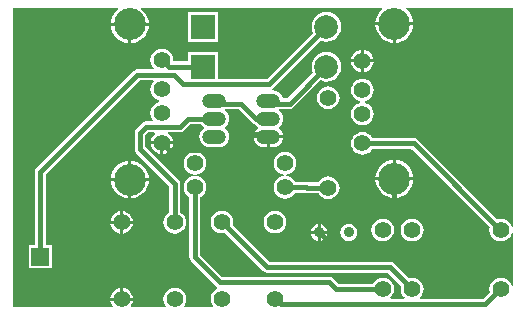
<source format=gbl>
%FSLAX44Y44*%
%MOMM*%
G71*
G01*
G75*
G04 Layer_Physical_Order=2*
G04 Layer_Color=16711680*
%ADD10C,0.4000*%
%ADD11O,2.0000X1.2500*%
%ADD12O,2.0000X1.2500*%
%ADD13C,1.4000*%
%ADD14R,1.5000X1.5000*%
%ADD15C,2.7000*%
%ADD16R,2.0000X2.0000*%
%ADD17C,2.0000*%
%ADD18C,0.9000*%
G36*
X806650Y640087D02*
X805405Y639839D01*
X804513Y641991D01*
X802984Y643984D01*
X800991Y645513D01*
X798671Y646474D01*
X796180Y646802D01*
X793690Y646474D01*
X793331Y646326D01*
X725663Y713994D01*
X724161Y714997D01*
X722390Y715349D01*
X722390Y715349D01*
X687401D01*
X685924Y717274D01*
X683931Y718803D01*
X681610Y719764D01*
X679120Y720092D01*
X676630Y719764D01*
X674309Y718803D01*
X672316Y717274D01*
X670787Y715281D01*
X669826Y712960D01*
X669498Y710470D01*
X669826Y707980D01*
X670787Y705659D01*
X672316Y703666D01*
X674309Y702137D01*
X676630Y701176D01*
X679120Y700848D01*
X681610Y701176D01*
X683931Y702137D01*
X685924Y703666D01*
X687453Y705659D01*
X687632Y706092D01*
X720472D01*
X786888Y639676D01*
X786886Y639670D01*
X786558Y637180D01*
X786886Y634689D01*
X787847Y632369D01*
X789376Y630376D01*
X791369Y628847D01*
X793690Y627886D01*
X796180Y627558D01*
X798671Y627886D01*
X800991Y628847D01*
X802984Y630376D01*
X804513Y632369D01*
X805405Y634521D01*
X806650Y634273D01*
Y590087D01*
X805405Y589839D01*
X804513Y591991D01*
X802984Y593984D01*
X800991Y595513D01*
X798671Y596474D01*
X796180Y596802D01*
X793690Y596474D01*
X791369Y595513D01*
X789376Y593984D01*
X787847Y591991D01*
X786886Y589670D01*
X786558Y587180D01*
X786886Y584689D01*
X786888Y584684D01*
X781083Y578879D01*
X728009D01*
X727600Y580082D01*
X727984Y580376D01*
X729513Y582369D01*
X730475Y584689D01*
X730803Y587180D01*
X730475Y589670D01*
X729513Y591991D01*
X727984Y593984D01*
X725991Y595513D01*
X723671Y596474D01*
X721180Y596802D01*
X718690Y596474D01*
X718508Y596399D01*
X706033Y608873D01*
X704531Y609877D01*
X702760Y610229D01*
X702760Y610229D01*
X600497D01*
X569309Y641417D01*
X569385Y641599D01*
X569713Y644090D01*
X569385Y646580D01*
X568424Y648901D01*
X566894Y650894D01*
X564902Y652423D01*
X562581Y653384D01*
X560090Y653712D01*
X557600Y653384D01*
X555279Y652423D01*
X553286Y650894D01*
X551757Y648901D01*
X550796Y646580D01*
X550468Y644090D01*
X550796Y641599D01*
X551757Y639278D01*
X553286Y637286D01*
X555279Y635756D01*
X557600Y634795D01*
X560090Y634467D01*
X562581Y634795D01*
X562763Y634871D01*
X595307Y602327D01*
X596809Y601323D01*
X598580Y600971D01*
X598580Y600971D01*
X700843D01*
X711961Y589853D01*
X711886Y589670D01*
X711558Y587180D01*
X711886Y584689D01*
X712847Y582369D01*
X714376Y580376D01*
X714760Y580082D01*
X714352Y578879D01*
X703009D01*
X702600Y580082D01*
X702984Y580376D01*
X704513Y582369D01*
X705475Y584689D01*
X705803Y587180D01*
X705475Y589670D01*
X704513Y591991D01*
X702984Y593984D01*
X700991Y595513D01*
X698671Y596474D01*
X696180Y596802D01*
X693690Y596474D01*
X691369Y595513D01*
X689376Y593984D01*
X687847Y591991D01*
X687772Y591809D01*
X658487D01*
X654023Y596273D01*
X652521Y597277D01*
X650750Y597629D01*
X650750Y597629D01*
X560417D01*
X541929Y616118D01*
Y664951D01*
X542111Y665027D01*
X544104Y666556D01*
X545633Y668549D01*
X546594Y670870D01*
X546922Y673360D01*
X546594Y675851D01*
X545633Y678171D01*
X544104Y680164D01*
X542111Y681693D01*
X539790Y682654D01*
X537300Y682982D01*
X534809Y682654D01*
X532489Y681693D01*
X530496Y680164D01*
X528967Y678171D01*
X528005Y675851D01*
X527678Y673360D01*
X528005Y670870D01*
X528967Y668549D01*
X530496Y666556D01*
X532489Y665027D01*
X532671Y664951D01*
Y614200D01*
X532671Y614200D01*
X533023Y612429D01*
X534027Y610927D01*
X555227Y589727D01*
X556255Y589039D01*
X556131Y587776D01*
X555279Y587423D01*
X553286Y585894D01*
X551757Y583901D01*
X550796Y581580D01*
X550468Y579090D01*
X550796Y576599D01*
X551757Y574278D01*
X552939Y572739D01*
X552377Y571600D01*
X528307D01*
X527746Y572739D01*
X528543Y573779D01*
X529505Y576099D01*
X529832Y578590D01*
X529505Y581080D01*
X528543Y583401D01*
X527014Y585394D01*
X525021Y586923D01*
X522701Y587884D01*
X520210Y588212D01*
X517720Y587884D01*
X515399Y586923D01*
X513406Y585394D01*
X511877Y583401D01*
X510916Y581080D01*
X510588Y578590D01*
X510916Y576099D01*
X511877Y573779D01*
X512675Y572739D01*
X512113Y571600D01*
X483307D01*
X482745Y572739D01*
X483543Y573779D01*
X484505Y576099D01*
X484665Y577320D01*
X465755D01*
X465916Y576099D01*
X466877Y573779D01*
X467675Y572739D01*
X467113Y571600D01*
X382830D01*
Y825401D01*
X472340D01*
X472768Y824205D01*
X470813Y822600D01*
X468809Y820158D01*
X467319Y817372D01*
X466402Y814348D01*
X466217Y812474D01*
X498203D01*
X498018Y814348D01*
X497101Y817372D01*
X495611Y820158D01*
X493607Y822600D01*
X491165Y824605D01*
X491364Y825401D01*
X695621D01*
X696049Y824205D01*
X694723Y823117D01*
X692719Y820675D01*
X691229Y817888D01*
X690312Y814864D01*
X690127Y812990D01*
X722113D01*
X721928Y814864D01*
X721011Y817888D01*
X719521Y820675D01*
X717517Y823117D01*
X715074Y825121D01*
X715145Y825401D01*
X806650D01*
Y640087D01*
D02*
G37*
%LPC*%
G36*
X476480Y653045D02*
Y644860D01*
X484665D01*
X484505Y646080D01*
X483543Y648401D01*
X482014Y650394D01*
X480021Y651923D01*
X477701Y652884D01*
X476480Y653045D01*
D02*
G37*
G36*
X613500Y703302D02*
X611009Y702974D01*
X608689Y702013D01*
X606696Y700484D01*
X605167Y698491D01*
X604206Y696171D01*
X603878Y693680D01*
X604206Y691190D01*
X605167Y688869D01*
X606696Y686876D01*
X608689Y685347D01*
X611009Y684386D01*
X612761Y684155D01*
Y682885D01*
X611009Y682654D01*
X608689Y681693D01*
X606696Y680164D01*
X605167Y678171D01*
X604206Y675851D01*
X603878Y673360D01*
X604206Y670870D01*
X605167Y668549D01*
X606696Y666556D01*
X608689Y665027D01*
X611009Y664066D01*
X613500Y663738D01*
X615990Y664066D01*
X618311Y665027D01*
X620304Y666556D01*
X621833Y668549D01*
X621909Y668731D01*
X630650D01*
X631958Y668471D01*
X631958Y668471D01*
X641831D01*
X641907Y668289D01*
X643436Y666296D01*
X645429Y664767D01*
X647750Y663806D01*
X650240Y663478D01*
X652730Y663806D01*
X655051Y664767D01*
X657044Y666296D01*
X658573Y668289D01*
X659534Y670610D01*
X659862Y673100D01*
X659534Y675590D01*
X658573Y677911D01*
X657044Y679904D01*
X655051Y681433D01*
X652730Y682394D01*
X650240Y682722D01*
X647750Y682394D01*
X645429Y681433D01*
X643436Y679904D01*
X641907Y677911D01*
X641831Y677729D01*
X633006D01*
X631698Y677989D01*
X631698Y677989D01*
X621909D01*
X621833Y678171D01*
X620304Y680164D01*
X618311Y681693D01*
X615990Y682654D01*
X614239Y682885D01*
Y684155D01*
X615990Y684386D01*
X618311Y685347D01*
X620304Y686876D01*
X621833Y688869D01*
X622794Y691190D01*
X623122Y693680D01*
X622794Y696171D01*
X621833Y698491D01*
X620304Y700484D01*
X618311Y702013D01*
X615990Y702974D01*
X613500Y703302D01*
D02*
G37*
G36*
X473940Y653045D02*
X472720Y652884D01*
X470399Y651923D01*
X468406Y650394D01*
X466877Y648401D01*
X465916Y646080D01*
X465755Y644860D01*
X473940D01*
Y653045D01*
D02*
G37*
G36*
X641180Y642033D02*
X640612Y641959D01*
X638900Y641249D01*
X637429Y640121D01*
X636301Y638650D01*
X635591Y636938D01*
X635517Y636370D01*
X641180D01*
Y642033D01*
D02*
G37*
G36*
X643720D02*
Y636370D01*
X649384D01*
X649309Y636938D01*
X648600Y638650D01*
X647471Y640121D01*
X646001Y641249D01*
X644288Y641959D01*
X643720Y642033D01*
D02*
G37*
G36*
X722113Y679200D02*
X707390D01*
Y664477D01*
X709264Y664662D01*
X712288Y665579D01*
X715074Y667069D01*
X717517Y669073D01*
X719521Y671516D01*
X721011Y674302D01*
X721928Y677326D01*
X722113Y679200D01*
D02*
G37*
G36*
X480940Y695946D02*
X479066Y695761D01*
X476042Y694844D01*
X473256Y693355D01*
X470813Y691350D01*
X468809Y688908D01*
X467319Y686122D01*
X466402Y683098D01*
X466217Y681224D01*
X480940D01*
Y695946D01*
D02*
G37*
G36*
X704850Y679200D02*
X690127D01*
X690312Y677326D01*
X691229Y674302D01*
X692719Y671516D01*
X694723Y669073D01*
X697166Y667069D01*
X699952Y665579D01*
X702976Y664662D01*
X704850Y664477D01*
Y679200D01*
D02*
G37*
G36*
X480940Y678683D02*
X466217D01*
X466402Y676809D01*
X467319Y673785D01*
X468809Y670999D01*
X470813Y668557D01*
X473256Y666552D01*
X476042Y665063D01*
X479066Y664146D01*
X480940Y663961D01*
Y678683D01*
D02*
G37*
G36*
X498203D02*
X483480D01*
Y663961D01*
X485354Y664146D01*
X488378Y665063D01*
X491165Y666552D01*
X493607Y668557D01*
X495611Y670999D01*
X497101Y673785D01*
X498018Y676809D01*
X498203Y678683D01*
D02*
G37*
G36*
X721180Y646802D02*
X718690Y646474D01*
X716369Y645513D01*
X714376Y643984D01*
X712847Y641991D01*
X711886Y639670D01*
X711558Y637180D01*
X711886Y634689D01*
X712847Y632369D01*
X714376Y630376D01*
X716369Y628847D01*
X718690Y627886D01*
X721180Y627558D01*
X723671Y627886D01*
X725991Y628847D01*
X727984Y630376D01*
X729513Y632369D01*
X730475Y634689D01*
X730803Y637180D01*
X730475Y639670D01*
X729513Y641991D01*
X727984Y643984D01*
X725991Y645513D01*
X723671Y646474D01*
X721180Y646802D01*
D02*
G37*
G36*
X667450Y642201D02*
X665612Y641959D01*
X663900Y641249D01*
X662429Y640121D01*
X661301Y638650D01*
X660591Y636938D01*
X660349Y635100D01*
X660591Y633262D01*
X661301Y631550D01*
X662429Y630079D01*
X663900Y628951D01*
X665612Y628241D01*
X667450Y627999D01*
X669288Y628241D01*
X671001Y628951D01*
X672471Y630079D01*
X673600Y631550D01*
X674309Y633262D01*
X674551Y635100D01*
X674309Y636938D01*
X673600Y638650D01*
X672471Y640121D01*
X671001Y641249D01*
X669288Y641959D01*
X667450Y642201D01*
D02*
G37*
G36*
X696180Y646802D02*
X693690Y646474D01*
X691369Y645513D01*
X689376Y643984D01*
X687847Y641991D01*
X686886Y639670D01*
X686558Y637180D01*
X686886Y634689D01*
X687847Y632369D01*
X689376Y630376D01*
X691369Y628847D01*
X693690Y627886D01*
X696180Y627558D01*
X698671Y627886D01*
X700991Y628847D01*
X702984Y630376D01*
X704513Y632369D01*
X705475Y634689D01*
X705803Y637180D01*
X705475Y639670D01*
X704513Y641991D01*
X702984Y643984D01*
X700991Y645513D01*
X698671Y646474D01*
X696180Y646802D01*
D02*
G37*
G36*
X473940Y588045D02*
X472720Y587884D01*
X470399Y586923D01*
X468406Y585394D01*
X466877Y583401D01*
X465916Y581080D01*
X465755Y579860D01*
X473940D01*
Y588045D01*
D02*
G37*
G36*
X476480D02*
Y579860D01*
X484665D01*
X484505Y581080D01*
X483543Y583401D01*
X482014Y585394D01*
X480021Y586923D01*
X477701Y587884D01*
X476480Y588045D01*
D02*
G37*
G36*
X484665Y642320D02*
X476480D01*
Y634135D01*
X477701Y634295D01*
X480021Y635257D01*
X482014Y636786D01*
X483543Y638779D01*
X484505Y641099D01*
X484665Y642320D01*
D02*
G37*
G36*
X605090Y653712D02*
X602600Y653384D01*
X600279Y652423D01*
X598286Y650894D01*
X596757Y648901D01*
X595796Y646580D01*
X595468Y644090D01*
X595796Y641599D01*
X596757Y639278D01*
X598286Y637286D01*
X600279Y635756D01*
X602600Y634795D01*
X605090Y634467D01*
X607581Y634795D01*
X609902Y635756D01*
X611894Y637286D01*
X613424Y639278D01*
X614385Y641599D01*
X614713Y644090D01*
X614385Y646580D01*
X613424Y648901D01*
X611894Y650894D01*
X609902Y652423D01*
X607581Y653384D01*
X605090Y653712D01*
D02*
G37*
G36*
X473940Y642320D02*
X465755D01*
X465916Y641099D01*
X466877Y638779D01*
X468406Y636786D01*
X470399Y635257D01*
X472720Y634295D01*
X473940Y634135D01*
Y642320D01*
D02*
G37*
G36*
X641180Y633830D02*
X635517D01*
X635591Y633262D01*
X636301Y631550D01*
X637429Y630079D01*
X638900Y628951D01*
X640612Y628241D01*
X641180Y628166D01*
Y633830D01*
D02*
G37*
G36*
X649384D02*
X643720D01*
Y628166D01*
X644288Y628241D01*
X646001Y628951D01*
X647471Y630079D01*
X648600Y631550D01*
X649309Y633262D01*
X649384Y633830D01*
D02*
G37*
G36*
X680390Y789925D02*
Y781740D01*
X688575D01*
X688414Y782960D01*
X687453Y785281D01*
X685924Y787274D01*
X683931Y788803D01*
X681610Y789764D01*
X680390Y789925D01*
D02*
G37*
G36*
X480940Y809933D02*
X466217D01*
X466402Y808059D01*
X467319Y805036D01*
X468809Y802249D01*
X470813Y799807D01*
X473256Y797802D01*
X476042Y796313D01*
X479066Y795396D01*
X480940Y795211D01*
Y809933D01*
D02*
G37*
G36*
X677850Y789925D02*
X676630Y789764D01*
X674309Y788803D01*
X672316Y787274D01*
X670787Y785281D01*
X669826Y782960D01*
X669665Y781740D01*
X677850D01*
Y789925D01*
D02*
G37*
G36*
Y779200D02*
X669665D01*
X669826Y777980D01*
X670787Y775659D01*
X672316Y773666D01*
X674309Y772137D01*
X676630Y771176D01*
X677850Y771015D01*
Y779200D01*
D02*
G37*
G36*
X688575D02*
X680390D01*
Y771015D01*
X681610Y771176D01*
X683931Y772137D01*
X685924Y773666D01*
X687453Y775659D01*
X688414Y777980D01*
X688575Y779200D01*
D02*
G37*
G36*
X648660Y821889D02*
X645387Y821458D01*
X642336Y820194D01*
X639716Y818184D01*
X637706Y815564D01*
X636443Y812514D01*
X636012Y809240D01*
X636443Y805967D01*
X637145Y804272D01*
X598232Y765359D01*
X556600D01*
Y788060D01*
X531520D01*
Y780149D01*
X519657D01*
X518819Y781104D01*
X518832Y781204D01*
X518504Y783694D01*
X517543Y786015D01*
X516014Y788008D01*
X514021Y789537D01*
X511700Y790498D01*
X509210Y790826D01*
X506720Y790498D01*
X504399Y789537D01*
X502406Y788008D01*
X500877Y786015D01*
X499916Y783694D01*
X499588Y781204D01*
X499916Y778713D01*
X500877Y776392D01*
X502315Y774518D01*
X501753Y773379D01*
X488588D01*
X488588Y773379D01*
X486817Y773027D01*
X485315Y772023D01*
X485315Y772023D01*
X403127Y689835D01*
X402123Y688333D01*
X401771Y686562D01*
X401771Y686562D01*
Y624720D01*
X396360D01*
Y604640D01*
X416440D01*
Y624720D01*
X411029D01*
Y684645D01*
X490505Y764121D01*
X501825D01*
X502386Y762982D01*
X500877Y761015D01*
X499916Y758694D01*
X499588Y756204D01*
X499916Y753713D01*
X500877Y751392D01*
X502406Y749399D01*
X504399Y747870D01*
X506720Y746909D01*
X507256Y746839D01*
Y745568D01*
X506720Y745498D01*
X504399Y744537D01*
X502406Y743008D01*
X500877Y741015D01*
X499916Y738694D01*
X499588Y736204D01*
X499916Y733713D01*
X500877Y731392D01*
X501754Y730249D01*
X501192Y729110D01*
X495732D01*
X495732Y729110D01*
X493960Y728758D01*
X492458Y727755D01*
X487477Y722773D01*
X486473Y721271D01*
X486121Y719500D01*
X486121Y719500D01*
Y705844D01*
X486121Y705844D01*
X486473Y704073D01*
X487477Y702571D01*
X515581Y674466D01*
Y651999D01*
X515399Y651923D01*
X513406Y650394D01*
X511877Y648401D01*
X510916Y646080D01*
X510588Y643590D01*
X510916Y641099D01*
X511877Y638779D01*
X513406Y636786D01*
X515399Y635257D01*
X517720Y634295D01*
X520210Y633968D01*
X522701Y634295D01*
X525021Y635257D01*
X527014Y636786D01*
X528543Y638779D01*
X529505Y641099D01*
X529832Y643590D01*
X529505Y646080D01*
X528543Y648401D01*
X527014Y650394D01*
X525021Y651923D01*
X524839Y651999D01*
Y676384D01*
X524839Y676384D01*
X524487Y678155D01*
X523484Y679657D01*
X523483Y679657D01*
X495379Y707761D01*
Y717583D01*
X497649Y719853D01*
X502835D01*
X503243Y718650D01*
X502406Y718008D01*
X500877Y716015D01*
X499916Y713694D01*
X499755Y712474D01*
X518665D01*
X518504Y713694D01*
X517543Y716015D01*
X516014Y718008D01*
X514021Y719537D01*
X514084Y719853D01*
X524329D01*
X524329Y719853D01*
X526101Y720205D01*
X527603Y721208D01*
X533285Y726891D01*
X542442D01*
X543701Y725251D01*
X544608Y724555D01*
Y723285D01*
X543701Y722589D01*
X542292Y720753D01*
X541406Y718615D01*
X541104Y716320D01*
X541406Y714025D01*
X542292Y711887D01*
X543701Y710051D01*
X545537Y708642D01*
X547675Y707756D01*
X549970Y707454D01*
X557470D01*
X559765Y707756D01*
X561903Y708642D01*
X563739Y710051D01*
X565148Y711887D01*
X566034Y714025D01*
X566336Y716320D01*
X566034Y718615D01*
X565148Y720753D01*
X563739Y722589D01*
X562832Y723285D01*
Y724555D01*
X563739Y725251D01*
X565148Y727087D01*
X566034Y729225D01*
X566336Y731520D01*
X566034Y733815D01*
X565148Y735953D01*
X563739Y737789D01*
X562618Y738649D01*
Y739591D01*
X574663D01*
X586007Y728247D01*
X586007Y728247D01*
X587509Y727243D01*
X587987Y727148D01*
X588012Y727087D01*
X589421Y725251D01*
X590328Y724555D01*
Y723285D01*
X589421Y722589D01*
X588012Y720753D01*
X587126Y718615D01*
X586991Y717590D01*
X611889D01*
X611754Y718615D01*
X610868Y720753D01*
X609459Y722589D01*
X608552Y723285D01*
Y724555D01*
X609459Y725251D01*
X610868Y727087D01*
X611754Y729225D01*
X612056Y731520D01*
X611754Y733815D01*
X610868Y735953D01*
X609459Y737789D01*
X608338Y738649D01*
Y739591D01*
X617360D01*
X617360Y739591D01*
X619132Y739943D01*
X620633Y740947D01*
X643691Y764005D01*
X645387Y763303D01*
X648660Y762872D01*
X651934Y763303D01*
X654984Y764566D01*
X657604Y766576D01*
X659614Y769196D01*
X660877Y772246D01*
X661308Y775520D01*
X660877Y778793D01*
X659614Y781844D01*
X657604Y784464D01*
X654984Y786474D01*
X651934Y787737D01*
X648660Y788168D01*
X645387Y787737D01*
X642336Y786474D01*
X639716Y784464D01*
X637706Y781844D01*
X636443Y778793D01*
X636012Y775520D01*
X636443Y772246D01*
X637145Y770551D01*
X615443Y748849D01*
X611776D01*
X611754Y749015D01*
X610868Y751153D01*
X609459Y752989D01*
X607623Y754398D01*
X605485Y755284D01*
X603190Y755586D01*
X602810D01*
X602442Y756801D01*
X603423Y757457D01*
X643691Y797725D01*
X645387Y797023D01*
X648660Y796592D01*
X651934Y797023D01*
X654984Y798287D01*
X657604Y800297D01*
X659614Y802916D01*
X660877Y805967D01*
X661308Y809240D01*
X660877Y812514D01*
X659614Y815564D01*
X657604Y818184D01*
X654984Y820194D01*
X651934Y821458D01*
X648660Y821889D01*
D02*
G37*
G36*
X556600Y821780D02*
X531520D01*
Y796700D01*
X556600D01*
Y821780D01*
D02*
G37*
G36*
X722113Y810450D02*
X707390D01*
Y795727D01*
X709264Y795912D01*
X712288Y796829D01*
X715074Y798319D01*
X717517Y800323D01*
X719521Y802766D01*
X721011Y805552D01*
X721928Y808576D01*
X722113Y810450D01*
D02*
G37*
G36*
X498203Y809933D02*
X483480D01*
Y795211D01*
X485354Y795396D01*
X488378Y796313D01*
X491165Y797802D01*
X493607Y799807D01*
X495611Y802249D01*
X497101Y805036D01*
X498018Y808059D01*
X498203Y809933D01*
D02*
G37*
G36*
X704850Y810450D02*
X690127D01*
X690312Y808576D01*
X691229Y805552D01*
X692719Y802766D01*
X694723Y800323D01*
X697166Y798319D01*
X699952Y796829D01*
X702976Y795912D01*
X704850Y795727D01*
Y810450D01*
D02*
G37*
G36*
X537300Y703302D02*
X534809Y702974D01*
X532489Y702013D01*
X530496Y700484D01*
X528967Y698491D01*
X528005Y696171D01*
X527678Y693680D01*
X528005Y691190D01*
X528967Y688869D01*
X530496Y686876D01*
X532489Y685347D01*
X534809Y684386D01*
X537300Y684058D01*
X539790Y684386D01*
X542111Y685347D01*
X544104Y686876D01*
X545633Y688869D01*
X546594Y691190D01*
X546922Y693680D01*
X546594Y696171D01*
X545633Y698491D01*
X544104Y700484D01*
X542111Y702013D01*
X539790Y702974D01*
X537300Y703302D01*
D02*
G37*
G36*
X507940Y709933D02*
X499755D01*
X499916Y708713D01*
X500877Y706392D01*
X502406Y704399D01*
X504399Y702870D01*
X506720Y701909D01*
X507940Y701748D01*
Y709933D01*
D02*
G37*
G36*
X707390Y696462D02*
Y681740D01*
X722113D01*
X721928Y683614D01*
X721011Y686638D01*
X719521Y689425D01*
X717517Y691867D01*
X715074Y693871D01*
X712288Y695361D01*
X709264Y696278D01*
X707390Y696462D01*
D02*
G37*
G36*
X483480Y695946D02*
Y681224D01*
X498203D01*
X498018Y683098D01*
X497101Y686122D01*
X495611Y688908D01*
X493607Y691350D01*
X491165Y693355D01*
X488378Y694844D01*
X485354Y695761D01*
X483480Y695946D01*
D02*
G37*
G36*
X704850Y696462D02*
X702976Y696278D01*
X699952Y695361D01*
X697166Y693871D01*
X694723Y691867D01*
X692719Y689425D01*
X691229Y686638D01*
X690312Y683614D01*
X690127Y681740D01*
X704850D01*
Y696462D01*
D02*
G37*
G36*
X679120Y765092D02*
X676630Y764764D01*
X674309Y763803D01*
X672316Y762274D01*
X670787Y760281D01*
X669826Y757960D01*
X669498Y755470D01*
X669826Y752980D01*
X670787Y750659D01*
X672316Y748666D01*
X674309Y747137D01*
X676630Y746176D01*
X677166Y746105D01*
Y744835D01*
X676630Y744764D01*
X674309Y743803D01*
X672316Y742274D01*
X670787Y740281D01*
X669826Y737960D01*
X669498Y735470D01*
X669826Y732980D01*
X670787Y730659D01*
X672316Y728666D01*
X674309Y727137D01*
X676630Y726176D01*
X679120Y725848D01*
X681610Y726176D01*
X683931Y727137D01*
X685924Y728666D01*
X687453Y730659D01*
X688414Y732980D01*
X688742Y735470D01*
X688414Y737960D01*
X687453Y740281D01*
X685924Y742274D01*
X683931Y743803D01*
X681610Y744764D01*
X681075Y744835D01*
Y746105D01*
X681610Y746176D01*
X683931Y747137D01*
X685924Y748666D01*
X687453Y750659D01*
X688414Y752980D01*
X688742Y755470D01*
X688414Y757960D01*
X687453Y760281D01*
X685924Y762274D01*
X683931Y763803D01*
X681610Y764764D01*
X679120Y765092D01*
D02*
G37*
G36*
X650240Y758922D02*
X647750Y758594D01*
X645429Y757633D01*
X643436Y756104D01*
X641907Y754111D01*
X640946Y751790D01*
X640618Y749300D01*
X640946Y746810D01*
X641907Y744489D01*
X643436Y742496D01*
X645429Y740967D01*
X647750Y740006D01*
X650240Y739678D01*
X652730Y740006D01*
X655051Y740967D01*
X657044Y742496D01*
X658573Y744489D01*
X659534Y746810D01*
X659862Y749300D01*
X659534Y751790D01*
X658573Y754111D01*
X657044Y756104D01*
X655051Y757633D01*
X652730Y758594D01*
X650240Y758922D01*
D02*
G37*
G36*
X611889Y715050D02*
X600710D01*
Y707454D01*
X603190D01*
X605485Y707756D01*
X607623Y708642D01*
X609459Y710051D01*
X610868Y711887D01*
X611754Y714025D01*
X611889Y715050D01*
D02*
G37*
G36*
X518665Y709933D02*
X510480D01*
Y701748D01*
X511700Y701909D01*
X514021Y702870D01*
X516014Y704399D01*
X517543Y706392D01*
X518504Y708713D01*
X518665Y709933D01*
D02*
G37*
G36*
X598170Y715050D02*
X586991D01*
X587126Y714025D01*
X588012Y711887D01*
X589421Y710051D01*
X591257Y708642D01*
X593395Y707756D01*
X595690Y707454D01*
X598170D01*
Y715050D01*
D02*
G37*
%LPD*%
D10*
X542550Y704750D02*
X573178D01*
X542080Y705220D02*
X542550Y704750D01*
X532520Y705220D02*
X542080D01*
X532050Y704750D02*
X532520Y705220D01*
X515664Y704750D02*
X532050D01*
X573178D02*
X587248Y718820D01*
X509210Y711204D02*
X515664Y704750D01*
X783000Y574250D02*
X795930Y587180D01*
X609931Y574250D02*
X783000D01*
X605091Y579090D02*
X609931Y574250D01*
X706120Y647700D02*
X708500Y645320D01*
Y629760D02*
Y645320D01*
X490750Y705844D02*
Y719500D01*
X495732Y724482D01*
X524329D01*
X531368Y731520D01*
X490750Y705844D02*
X520210Y676384D01*
X519284Y768750D02*
X527304Y760730D01*
X488588Y768750D02*
X519284D01*
X406400Y686562D02*
X488588Y768750D01*
X587248Y718820D02*
X599440D01*
X514894Y775520D02*
X544060D01*
X509210Y781203D02*
X514894Y775520D01*
X406400Y614680D02*
Y686562D01*
X527304Y760730D02*
X600150D01*
X648660Y809240D01*
X589280Y731520D02*
X599440D01*
X576580Y744220D02*
X589280Y731520D01*
X553720Y744220D02*
X576580D01*
X531368Y731520D02*
X553720D01*
X706120Y647700D02*
Y680720D01*
X599440Y744220D02*
X617360D01*
X648660Y775520D01*
X722390Y710720D02*
X795930Y637180D01*
X679120Y710720D02*
X722390D01*
X631958Y673100D02*
X650240D01*
X631698Y673360D02*
X631958Y673100D01*
X613500Y673360D02*
X631698D01*
X520210Y644090D02*
Y676384D01*
X537300Y614200D02*
Y673360D01*
X656570Y587180D02*
X696180D01*
X598580Y605600D02*
X702760D01*
X721180Y587180D01*
X560090Y644090D02*
X598580Y605600D01*
X537300Y614200D02*
X558500Y593000D01*
X650750D01*
X656570Y587180D01*
X642450Y635100D02*
X659550Y618000D01*
X696740D01*
X708500Y629760D01*
D11*
X599440Y746720D02*
D03*
Y716320D02*
D03*
X553720D02*
D03*
Y746720D02*
D03*
D12*
X599440Y731520D02*
D03*
X553720D02*
D03*
D13*
X537300Y673360D02*
D03*
X613500D02*
D03*
X509210Y781204D02*
D03*
Y756204D02*
D03*
Y736204D02*
D03*
Y711204D02*
D03*
X520210Y578590D02*
D03*
Y643590D02*
D03*
X475210Y578590D02*
D03*
Y643590D02*
D03*
X560090Y644090D02*
D03*
Y579090D02*
D03*
X605090Y644090D02*
D03*
Y579090D02*
D03*
X679120Y710470D02*
D03*
Y735470D02*
D03*
Y755470D02*
D03*
Y780470D02*
D03*
X650240Y749300D02*
D03*
Y673100D02*
D03*
X613500Y693680D02*
D03*
X537300D02*
D03*
X696180Y587180D02*
D03*
X721180D02*
D03*
X796180D02*
D03*
Y637180D02*
D03*
X721180D02*
D03*
X696180D02*
D03*
D14*
X406400Y614680D02*
D03*
D15*
X482210Y811204D02*
D03*
Y679954D02*
D03*
X706120Y680470D02*
D03*
Y811720D02*
D03*
D16*
X544060Y775520D02*
D03*
Y809240D02*
D03*
D17*
X648660Y775520D02*
D03*
Y809240D02*
D03*
D18*
X667450Y635100D02*
D03*
X642450D02*
D03*
M02*

</source>
